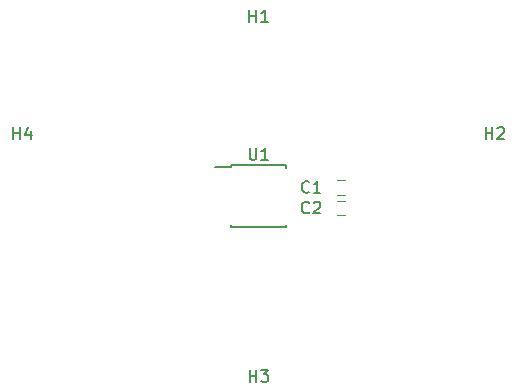
<source format=gbr>
G04 #@! TF.GenerationSoftware,KiCad,Pcbnew,(5.1.4)-1*
G04 #@! TF.CreationDate,2020-03-07T09:14:15+01:00*
G04 #@! TF.ProjectId,Encoder,456e636f-6465-4722-9e6b-696361645f70,rev?*
G04 #@! TF.SameCoordinates,Original*
G04 #@! TF.FileFunction,Legend,Top*
G04 #@! TF.FilePolarity,Positive*
%FSLAX46Y46*%
G04 Gerber Fmt 4.6, Leading zero omitted, Abs format (unit mm)*
G04 Created by KiCad (PCBNEW (5.1.4)-1) date 2020-03-07 09:14:15*
%MOMM*%
%LPD*%
G04 APERTURE LIST*
%ADD10C,0.120000*%
%ADD11C,0.150000*%
G04 APERTURE END LIST*
D10*
X167350000Y-79848000D02*
X166650000Y-79848000D01*
X166650000Y-78648000D02*
X167350000Y-78648000D01*
X166650000Y-80400000D02*
X167350000Y-80400000D01*
X167350000Y-81600000D02*
X166650000Y-81600000D01*
D11*
X157695000Y-77510000D02*
X156345000Y-77510000D01*
X157695000Y-82635000D02*
X162345000Y-82635000D01*
X157695000Y-77385000D02*
X162345000Y-77385000D01*
X157695000Y-82635000D02*
X157695000Y-82410000D01*
X162345000Y-82635000D02*
X162345000Y-82410000D01*
X162345000Y-77385000D02*
X162345000Y-77610000D01*
X157695000Y-77385000D02*
X157695000Y-77510000D01*
X164293333Y-79605142D02*
X164245714Y-79652761D01*
X164102857Y-79700380D01*
X164007619Y-79700380D01*
X163864761Y-79652761D01*
X163769523Y-79557523D01*
X163721904Y-79462285D01*
X163674285Y-79271809D01*
X163674285Y-79128952D01*
X163721904Y-78938476D01*
X163769523Y-78843238D01*
X163864761Y-78748000D01*
X164007619Y-78700380D01*
X164102857Y-78700380D01*
X164245714Y-78748000D01*
X164293333Y-78795619D01*
X165245714Y-79700380D02*
X164674285Y-79700380D01*
X164960000Y-79700380D02*
X164960000Y-78700380D01*
X164864761Y-78843238D01*
X164769523Y-78938476D01*
X164674285Y-78986095D01*
X164293333Y-81357142D02*
X164245714Y-81404761D01*
X164102857Y-81452380D01*
X164007619Y-81452380D01*
X163864761Y-81404761D01*
X163769523Y-81309523D01*
X163721904Y-81214285D01*
X163674285Y-81023809D01*
X163674285Y-80880952D01*
X163721904Y-80690476D01*
X163769523Y-80595238D01*
X163864761Y-80500000D01*
X164007619Y-80452380D01*
X164102857Y-80452380D01*
X164245714Y-80500000D01*
X164293333Y-80547619D01*
X164674285Y-80547619D02*
X164721904Y-80500000D01*
X164817142Y-80452380D01*
X165055238Y-80452380D01*
X165150476Y-80500000D01*
X165198095Y-80547619D01*
X165245714Y-80642857D01*
X165245714Y-80738095D01*
X165198095Y-80880952D01*
X164626666Y-81452380D01*
X165245714Y-81452380D01*
X159238095Y-65222380D02*
X159238095Y-64222380D01*
X159238095Y-64698571D02*
X159809523Y-64698571D01*
X159809523Y-65222380D02*
X159809523Y-64222380D01*
X160809523Y-65222380D02*
X160238095Y-65222380D01*
X160523809Y-65222380D02*
X160523809Y-64222380D01*
X160428571Y-64365238D01*
X160333333Y-64460476D01*
X160238095Y-64508095D01*
X179238095Y-75152380D02*
X179238095Y-74152380D01*
X179238095Y-74628571D02*
X179809523Y-74628571D01*
X179809523Y-75152380D02*
X179809523Y-74152380D01*
X180238095Y-74247619D02*
X180285714Y-74200000D01*
X180380952Y-74152380D01*
X180619047Y-74152380D01*
X180714285Y-74200000D01*
X180761904Y-74247619D01*
X180809523Y-74342857D01*
X180809523Y-74438095D01*
X180761904Y-74580952D01*
X180190476Y-75152380D01*
X180809523Y-75152380D01*
X159258095Y-95702380D02*
X159258095Y-94702380D01*
X159258095Y-95178571D02*
X159829523Y-95178571D01*
X159829523Y-95702380D02*
X159829523Y-94702380D01*
X160210476Y-94702380D02*
X160829523Y-94702380D01*
X160496190Y-95083333D01*
X160639047Y-95083333D01*
X160734285Y-95130952D01*
X160781904Y-95178571D01*
X160829523Y-95273809D01*
X160829523Y-95511904D01*
X160781904Y-95607142D01*
X160734285Y-95654761D01*
X160639047Y-95702380D01*
X160353333Y-95702380D01*
X160258095Y-95654761D01*
X160210476Y-95607142D01*
X139238095Y-75152380D02*
X139238095Y-74152380D01*
X139238095Y-74628571D02*
X139809523Y-74628571D01*
X139809523Y-75152380D02*
X139809523Y-74152380D01*
X140714285Y-74485714D02*
X140714285Y-75152380D01*
X140476190Y-74104761D02*
X140238095Y-74819047D01*
X140857142Y-74819047D01*
X159258095Y-75912380D02*
X159258095Y-76721904D01*
X159305714Y-76817142D01*
X159353333Y-76864761D01*
X159448571Y-76912380D01*
X159639047Y-76912380D01*
X159734285Y-76864761D01*
X159781904Y-76817142D01*
X159829523Y-76721904D01*
X159829523Y-75912380D01*
X160829523Y-76912380D02*
X160258095Y-76912380D01*
X160543809Y-76912380D02*
X160543809Y-75912380D01*
X160448571Y-76055238D01*
X160353333Y-76150476D01*
X160258095Y-76198095D01*
M02*

</source>
